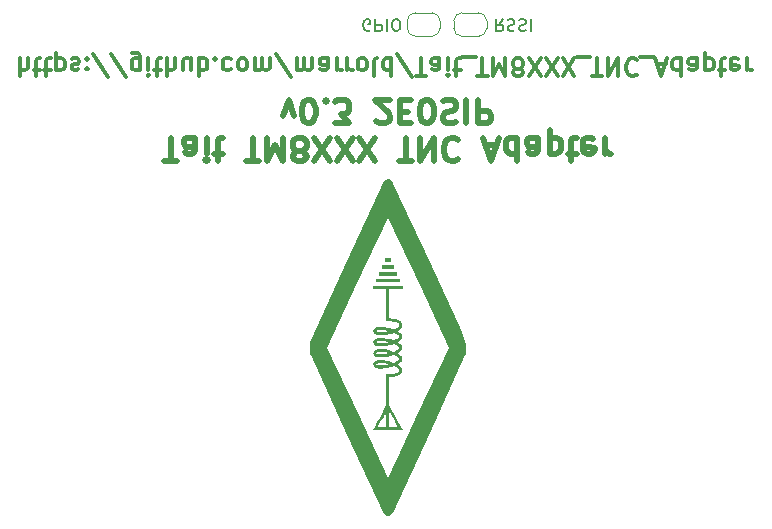
<source format=gbo>
G04 #@! TF.GenerationSoftware,KiCad,Pcbnew,(6.0.11)*
G04 #@! TF.CreationDate,2024-01-03T02:28:53+00:00*
G04 #@! TF.ProjectId,Tait_TM8XXX_TNC_Adapter,54616974-5f54-44d3-9858-58585f544e43,rev?*
G04 #@! TF.SameCoordinates,Original*
G04 #@! TF.FileFunction,Legend,Bot*
G04 #@! TF.FilePolarity,Positive*
%FSLAX46Y46*%
G04 Gerber Fmt 4.6, Leading zero omitted, Abs format (unit mm)*
G04 Created by KiCad (PCBNEW (6.0.11)) date 2024-01-03 02:28:53*
%MOMM*%
%LPD*%
G01*
G04 APERTURE LIST*
G04 Aperture macros list*
%AMFreePoly0*
4,1,22,0.500000,-0.750000,0.000000,-0.750000,0.000000,-0.745033,-0.079941,-0.743568,-0.215256,-0.701293,-0.333266,-0.622738,-0.424486,-0.514219,-0.481581,-0.384460,-0.499164,-0.250000,-0.500000,-0.250000,-0.500000,0.250000,-0.499164,0.250000,-0.499963,0.256109,-0.478152,0.396186,-0.417904,0.524511,-0.324060,0.630769,-0.204165,0.706417,-0.067858,0.745374,0.000000,0.744959,0.000000,0.750000,
0.500000,0.750000,0.500000,-0.750000,0.500000,-0.750000,$1*%
%AMFreePoly1*
4,1,20,0.000000,0.744959,0.073905,0.744508,0.209726,0.703889,0.328688,0.626782,0.421226,0.519385,0.479903,0.390333,0.500000,0.250000,0.500000,-0.250000,0.499851,-0.262216,0.476331,-0.402017,0.414519,-0.529596,0.319384,-0.634700,0.198574,-0.708877,0.061801,-0.746166,0.000000,-0.745033,0.000000,-0.750000,-0.500000,-0.750000,-0.500000,0.750000,0.000000,0.750000,0.000000,0.744959,
0.000000,0.744959,$1*%
G04 Aperture macros list end*
%ADD10C,0.000000*%
%ADD11C,0.500000*%
%ADD12C,0.200000*%
%ADD13C,0.300000*%
%ADD14C,0.120000*%
%ADD15C,1.400000*%
%ADD16C,5.000000*%
%ADD17C,1.100000*%
%ADD18C,6.400000*%
%ADD19C,1.300000*%
%ADD20FreePoly0,0.000000*%
%ADD21FreePoly1,0.000000*%
G04 APERTURE END LIST*
D10*
G36*
X180866267Y-78831846D02*
G01*
X179871514Y-78831846D01*
X179871514Y-78545772D01*
X180866267Y-78545772D01*
X180866267Y-78831846D01*
G37*
G36*
X181132834Y-79423496D02*
G01*
X179604946Y-79423496D01*
X179604946Y-79130920D01*
X181132834Y-79130920D01*
X181132834Y-79423496D01*
G37*
G36*
X181399402Y-80008644D02*
G01*
X179338377Y-80008644D01*
X179338377Y-79716070D01*
X181399402Y-79716070D01*
X181399402Y-80008644D01*
G37*
G36*
X186971041Y-85720691D02*
G01*
X186966132Y-85805522D01*
X186960183Y-85885335D01*
X186953289Y-85959237D01*
X186945541Y-86026335D01*
X186937032Y-86085736D01*
X186927855Y-86136547D01*
X186918102Y-86177874D01*
X183902576Y-92737826D01*
X180760369Y-99488708D01*
X180742782Y-99520492D01*
X180724256Y-99551052D01*
X180704874Y-99580309D01*
X180684717Y-99608190D01*
X180663869Y-99634619D01*
X180642411Y-99659519D01*
X180620427Y-99682816D01*
X180597999Y-99704433D01*
X180575209Y-99724296D01*
X180552139Y-99742327D01*
X180528872Y-99758453D01*
X180505491Y-99772596D01*
X180482078Y-99784682D01*
X180458716Y-99794635D01*
X180435486Y-99802379D01*
X180412472Y-99807839D01*
X180401901Y-99809479D01*
X180391085Y-99810490D01*
X180380044Y-99810881D01*
X180368796Y-99810664D01*
X180357359Y-99809848D01*
X180345752Y-99808444D01*
X180322102Y-99803914D01*
X180297994Y-99797158D01*
X180273576Y-99788261D01*
X180248997Y-99777304D01*
X180224404Y-99764374D01*
X180199946Y-99749552D01*
X180175772Y-99732924D01*
X180152028Y-99714574D01*
X180128865Y-99694584D01*
X180106429Y-99673039D01*
X180084869Y-99650023D01*
X180064334Y-99625619D01*
X180044971Y-99599912D01*
X176909788Y-92903785D01*
X173817250Y-86164871D01*
X173809169Y-86134950D01*
X173801900Y-86105900D01*
X173795401Y-86077251D01*
X173789635Y-86048532D01*
X173784559Y-86019276D01*
X173780135Y-85989012D01*
X173776322Y-85957272D01*
X173773081Y-85923585D01*
X173770371Y-85887483D01*
X173768152Y-85848496D01*
X173766384Y-85806155D01*
X173765027Y-85759990D01*
X173763387Y-85654312D01*
X173762912Y-85527711D01*
X175246027Y-85527711D01*
X177806087Y-91066405D01*
X180379192Y-96548710D01*
X181142104Y-94918852D01*
X182950288Y-91028630D01*
X185502832Y-85528754D01*
X183045497Y-80235885D01*
X180480311Y-74709384D01*
X180445530Y-74634475D01*
X180418653Y-74578538D01*
X180407706Y-74557121D01*
X180398169Y-74539770D01*
X180389853Y-74526260D01*
X180382570Y-74516367D01*
X180376131Y-74509864D01*
X180373168Y-74507813D01*
X180370346Y-74506526D01*
X180367641Y-74505973D01*
X180365029Y-74506127D01*
X180362486Y-74506960D01*
X180359989Y-74508443D01*
X180355038Y-74513247D01*
X180349988Y-74520315D01*
X180344650Y-74529420D01*
X180338835Y-74540338D01*
X177775621Y-80053318D01*
X175246027Y-85527711D01*
X173762912Y-85527711D01*
X173762912Y-85527708D01*
X173763387Y-85401103D01*
X173765027Y-85295425D01*
X173768152Y-85206919D01*
X173773081Y-85131830D01*
X173780135Y-85066403D01*
X173789635Y-85006884D01*
X173801900Y-84949516D01*
X173817250Y-84890546D01*
X176910777Y-78149519D01*
X180047550Y-71451913D01*
X180062445Y-71432477D01*
X180079389Y-71413024D01*
X180098109Y-71393728D01*
X180118336Y-71374765D01*
X180139797Y-71356311D01*
X180162221Y-71338541D01*
X180185338Y-71321631D01*
X180208875Y-71305756D01*
X180232561Y-71291091D01*
X180256126Y-71277813D01*
X180279297Y-71266096D01*
X180301803Y-71256116D01*
X180323374Y-71248048D01*
X180343738Y-71242068D01*
X180353382Y-71239916D01*
X180362623Y-71238351D01*
X180371426Y-71237397D01*
X180379758Y-71237073D01*
X180384069Y-71237323D01*
X180389182Y-71238056D01*
X180395030Y-71239248D01*
X180401549Y-71240874D01*
X180408671Y-71242909D01*
X180416332Y-71245328D01*
X180424466Y-71248107D01*
X180433007Y-71251221D01*
X180441888Y-71254646D01*
X180451045Y-71258357D01*
X180460411Y-71262328D01*
X180469921Y-71266536D01*
X180479509Y-71270956D01*
X180489109Y-71275562D01*
X180498655Y-71280331D01*
X180508081Y-71285238D01*
X180508081Y-71285242D01*
X180517716Y-71290674D01*
X180527876Y-71296989D01*
X180538473Y-71304107D01*
X180549422Y-71311953D01*
X180560635Y-71320450D01*
X180572026Y-71329521D01*
X180583509Y-71339090D01*
X180594997Y-71349080D01*
X180606404Y-71359413D01*
X180617643Y-71370013D01*
X180628629Y-71380804D01*
X180639273Y-71391709D01*
X180649491Y-71402651D01*
X180659195Y-71413553D01*
X180668299Y-71424338D01*
X180676717Y-71434930D01*
X180948851Y-71995270D01*
X181632136Y-73445896D01*
X183819646Y-78138202D01*
X185787773Y-82378821D01*
X186357482Y-83623457D01*
X186714698Y-84435706D01*
X186907231Y-84929113D01*
X186982890Y-85217223D01*
X186989483Y-85413582D01*
X186981741Y-85528754D01*
X186974818Y-85631736D01*
X186971041Y-85720691D01*
G37*
G36*
X180632207Y-78246696D02*
G01*
X180105574Y-78246696D01*
X180105574Y-77954120D01*
X180632207Y-77954120D01*
X180632207Y-78246696D01*
G37*
G36*
X181360794Y-85178707D02*
G01*
X181389215Y-85199999D01*
X181416041Y-85222112D01*
X181441218Y-85244965D01*
X181464692Y-85268479D01*
X181486409Y-85292573D01*
X181506314Y-85317169D01*
X181524353Y-85342186D01*
X181540473Y-85367544D01*
X181554619Y-85393164D01*
X181566737Y-85418966D01*
X181576773Y-85444870D01*
X181584673Y-85470797D01*
X181587805Y-85483744D01*
X181590383Y-85496666D01*
X181592400Y-85509554D01*
X181593849Y-85522398D01*
X181594723Y-85535188D01*
X181595016Y-85547913D01*
X181594577Y-85558676D01*
X181593278Y-85569847D01*
X181591146Y-85581392D01*
X181588208Y-85593277D01*
X181584491Y-85605469D01*
X181580021Y-85617935D01*
X181568933Y-85643554D01*
X181555160Y-85669866D01*
X181538916Y-85696605D01*
X181520418Y-85723503D01*
X181499881Y-85750293D01*
X181477521Y-85776707D01*
X181453553Y-85802478D01*
X181428192Y-85827338D01*
X181401655Y-85851021D01*
X181374156Y-85873260D01*
X181345911Y-85893786D01*
X181317137Y-85912332D01*
X181288047Y-85928631D01*
X181186432Y-85981180D01*
X181173735Y-85987746D01*
X181264844Y-86046113D01*
X181302507Y-86071026D01*
X181337886Y-86096038D01*
X181370982Y-86121139D01*
X181401794Y-86146317D01*
X181430320Y-86171563D01*
X181456559Y-86196866D01*
X181480511Y-86222215D01*
X181502175Y-86247600D01*
X181521549Y-86273009D01*
X181538633Y-86298433D01*
X181553427Y-86323861D01*
X181565928Y-86349283D01*
X181576137Y-86374687D01*
X181584051Y-86400063D01*
X181589671Y-86425401D01*
X181592996Y-86450690D01*
X181594024Y-86475919D01*
X181592754Y-86501078D01*
X181589186Y-86526157D01*
X181583319Y-86551144D01*
X181575152Y-86576029D01*
X181564684Y-86600801D01*
X181551913Y-86625451D01*
X181536840Y-86649967D01*
X181519463Y-86674338D01*
X181499782Y-86698555D01*
X181477794Y-86722606D01*
X181453500Y-86746482D01*
X181426899Y-86770171D01*
X181397990Y-86793662D01*
X181366771Y-86816946D01*
X181333242Y-86840012D01*
X181189127Y-86935383D01*
X181185433Y-86937828D01*
X181331151Y-87043386D01*
X181380771Y-87081164D01*
X181403639Y-87100030D01*
X181425215Y-87118889D01*
X181445502Y-87137747D01*
X181464500Y-87156610D01*
X181482212Y-87175486D01*
X181498640Y-87194379D01*
X181513784Y-87213297D01*
X181527648Y-87232245D01*
X181540233Y-87251231D01*
X181551540Y-87270259D01*
X181561572Y-87289338D01*
X181570330Y-87308472D01*
X181577817Y-87327668D01*
X181584033Y-87346932D01*
X181588982Y-87366271D01*
X181592664Y-87385692D01*
X181595081Y-87405199D01*
X181596236Y-87424800D01*
X181596130Y-87444501D01*
X181594764Y-87464308D01*
X181592142Y-87484227D01*
X181588264Y-87504266D01*
X181583133Y-87524429D01*
X181576749Y-87544723D01*
X181569116Y-87565155D01*
X181560235Y-87585731D01*
X181550107Y-87606458D01*
X181538735Y-87627340D01*
X181526120Y-87648386D01*
X181512264Y-87669600D01*
X181499735Y-87687439D01*
X181486830Y-87704598D01*
X181473488Y-87721100D01*
X181459649Y-87736969D01*
X181445256Y-87752228D01*
X181430247Y-87766902D01*
X181414564Y-87781013D01*
X181398147Y-87794586D01*
X181380938Y-87807643D01*
X181362875Y-87820208D01*
X181343901Y-87832306D01*
X181323956Y-87843959D01*
X181302979Y-87855191D01*
X181280913Y-87866026D01*
X181257697Y-87876488D01*
X181233272Y-87886599D01*
X181207578Y-87896383D01*
X181180557Y-87905865D01*
X181152149Y-87915068D01*
X181122294Y-87924014D01*
X181058006Y-87941235D01*
X180987219Y-87957715D01*
X180909457Y-87973644D01*
X180824245Y-87989210D01*
X180731108Y-88004602D01*
X180629571Y-88020009D01*
X180491649Y-88040166D01*
X180492726Y-89224620D01*
X180493803Y-90409073D01*
X181075506Y-91457271D01*
X181491476Y-92206829D01*
X181657209Y-92505470D01*
X180388373Y-92515148D01*
X179894404Y-92517602D01*
X179487404Y-92517129D01*
X179209549Y-92513954D01*
X179132231Y-92511424D01*
X179103014Y-92508303D01*
X179102918Y-92506098D01*
X179104308Y-92501233D01*
X179111407Y-92483793D01*
X179141879Y-92419964D01*
X179192143Y-92321141D01*
X179246488Y-92217304D01*
X179535398Y-92217304D01*
X179535854Y-92217935D01*
X179537210Y-92218559D01*
X179542529Y-92219779D01*
X179551174Y-92220957D01*
X179562967Y-92222088D01*
X179595280Y-92224180D01*
X179638034Y-92226006D01*
X179689795Y-92227513D01*
X179749132Y-92228653D01*
X179814610Y-92229374D01*
X179884797Y-92229625D01*
X180234197Y-92229625D01*
X180491649Y-92229625D01*
X180841049Y-92229625D01*
X180911236Y-92229160D01*
X180976714Y-92227826D01*
X181036050Y-92225718D01*
X181087812Y-92222929D01*
X181130566Y-92219551D01*
X181162878Y-92215680D01*
X181174671Y-92213588D01*
X181183317Y-92211408D01*
X181188635Y-92209151D01*
X181189991Y-92207997D01*
X181190448Y-92206829D01*
X181161418Y-92145355D01*
X181084759Y-91998986D01*
X180851143Y-91566233D01*
X180614779Y-91137913D01*
X180534684Y-90997086D01*
X180500844Y-90943371D01*
X180499907Y-90946608D01*
X180498997Y-90956305D01*
X180497274Y-90993766D01*
X180495712Y-91053119D01*
X180494350Y-91131726D01*
X180492374Y-91336164D01*
X180491649Y-91585994D01*
X180491649Y-92229625D01*
X180234197Y-92229625D01*
X180234197Y-91598254D01*
X180232949Y-91354351D01*
X180229553Y-91156991D01*
X180224526Y-91026371D01*
X180221563Y-90992400D01*
X180219998Y-90984355D01*
X180218388Y-90982689D01*
X180208404Y-90998177D01*
X180185928Y-91036427D01*
X180109232Y-91171057D01*
X179999764Y-91366265D01*
X179868989Y-91601740D01*
X179633390Y-92031399D01*
X179561720Y-92164919D01*
X179535398Y-92217304D01*
X179246488Y-92217304D01*
X179259914Y-92191652D01*
X179342906Y-92035821D01*
X179438832Y-91857976D01*
X179660345Y-91453545D01*
X180234198Y-90415310D01*
X180234198Y-87788577D01*
X180349132Y-87765590D01*
X180376119Y-87760973D01*
X180408831Y-87756665D01*
X180446014Y-87752761D01*
X180486414Y-87749356D01*
X180528775Y-87746543D01*
X180571842Y-87744417D01*
X180614362Y-87743073D01*
X180655077Y-87742604D01*
X180700468Y-87741603D01*
X180746917Y-87738679D01*
X180794016Y-87733951D01*
X180841357Y-87727537D01*
X180888529Y-87719555D01*
X180935124Y-87710124D01*
X180980733Y-87699361D01*
X181024946Y-87687385D01*
X181067354Y-87674315D01*
X181107549Y-87660268D01*
X181145122Y-87645363D01*
X181179662Y-87629718D01*
X181210761Y-87613452D01*
X181238010Y-87596683D01*
X181260999Y-87579528D01*
X181279321Y-87562108D01*
X181288878Y-87551095D01*
X181297524Y-87540173D01*
X181305254Y-87529330D01*
X181312064Y-87518556D01*
X181317947Y-87507841D01*
X181322899Y-87497172D01*
X181326914Y-87486539D01*
X181329988Y-87475932D01*
X181332114Y-87465340D01*
X181333289Y-87454750D01*
X181333507Y-87444154D01*
X181332762Y-87433539D01*
X181331050Y-87422896D01*
X181328365Y-87412212D01*
X181324702Y-87401478D01*
X181320056Y-87390681D01*
X181314423Y-87379813D01*
X181307796Y-87368861D01*
X181300170Y-87357814D01*
X181291541Y-87346663D01*
X181281903Y-87335395D01*
X181271251Y-87324000D01*
X181259580Y-87312468D01*
X181246885Y-87300787D01*
X181233161Y-87288946D01*
X181218402Y-87276935D01*
X181202603Y-87264743D01*
X181185759Y-87252358D01*
X181148917Y-87226969D01*
X181107832Y-87200680D01*
X180896489Y-87069786D01*
X180629707Y-87147483D01*
X180480612Y-87188508D01*
X180337759Y-87222986D01*
X180201430Y-87250941D01*
X180071908Y-87272395D01*
X179949475Y-87287370D01*
X179834413Y-87295888D01*
X179727005Y-87297972D01*
X179627533Y-87293644D01*
X179536279Y-87282925D01*
X179453525Y-87265839D01*
X179379554Y-87242408D01*
X179314648Y-87212653D01*
X179259088Y-87176598D01*
X179234902Y-87156215D01*
X179213158Y-87134264D01*
X179193893Y-87110750D01*
X179177140Y-87085674D01*
X179162936Y-87059040D01*
X179151316Y-87030850D01*
X179146434Y-87016200D01*
X179142280Y-87001703D01*
X179138851Y-86987361D01*
X179136146Y-86973177D01*
X179134165Y-86959153D01*
X179132905Y-86945290D01*
X179132450Y-86933701D01*
X179392198Y-86933701D01*
X179392336Y-86936286D01*
X179392683Y-86938879D01*
X179393239Y-86941488D01*
X179394004Y-86944117D01*
X179394979Y-86946772D01*
X179396163Y-86949460D01*
X179397557Y-86952186D01*
X179399161Y-86954957D01*
X179400974Y-86957778D01*
X179402997Y-86960655D01*
X179405230Y-86963595D01*
X179407672Y-86966603D01*
X179413188Y-86972847D01*
X179419544Y-86979435D01*
X179429529Y-86986779D01*
X179443880Y-86993419D01*
X179484450Y-87004646D01*
X179538799Y-87013228D01*
X179604469Y-87019279D01*
X179679004Y-87022911D01*
X179759946Y-87024236D01*
X179844840Y-87023367D01*
X179931227Y-87020417D01*
X180016653Y-87015497D01*
X180098659Y-87008721D01*
X180174789Y-87000202D01*
X180242586Y-86990051D01*
X180299594Y-86978381D01*
X180343356Y-86965305D01*
X180359502Y-86958274D01*
X180371415Y-86950935D01*
X180378787Y-86943300D01*
X180381313Y-86935383D01*
X180378803Y-86926816D01*
X180371473Y-86918561D01*
X180359630Y-86910630D01*
X180343575Y-86903041D01*
X180300049Y-86888942D01*
X180243326Y-86876382D01*
X180175839Y-86865479D01*
X180100019Y-86856352D01*
X180018296Y-86849117D01*
X179933103Y-86843893D01*
X179846871Y-86840797D01*
X179762031Y-86839949D01*
X179681014Y-86841466D01*
X179606252Y-86845465D01*
X179540177Y-86852066D01*
X179485219Y-86861385D01*
X179443810Y-86873541D01*
X179428946Y-86880720D01*
X179418381Y-86888652D01*
X179418380Y-86888652D01*
X179412191Y-86895080D01*
X179406833Y-86901185D01*
X179404467Y-86904131D01*
X179402309Y-86907014D01*
X179400359Y-86909841D01*
X179398618Y-86912616D01*
X179397085Y-86915346D01*
X179395761Y-86918038D01*
X179394645Y-86920696D01*
X179393738Y-86923327D01*
X179393040Y-86925938D01*
X179392550Y-86928532D01*
X179392270Y-86931118D01*
X179392198Y-86933701D01*
X179132450Y-86933701D01*
X179132367Y-86931592D01*
X179132550Y-86918059D01*
X179133451Y-86904694D01*
X179135070Y-86891499D01*
X179137406Y-86878476D01*
X179140457Y-86865627D01*
X179144224Y-86852955D01*
X179148704Y-86840461D01*
X179153896Y-86828147D01*
X179159800Y-86816016D01*
X179166415Y-86804070D01*
X179173739Y-86792310D01*
X179181771Y-86780738D01*
X179190510Y-86769358D01*
X179199955Y-86758170D01*
X179210105Y-86747178D01*
X179220959Y-86736382D01*
X179232516Y-86725785D01*
X179244774Y-86715390D01*
X179257734Y-86705198D01*
X179285750Y-86685432D01*
X179316556Y-86666503D01*
X179350143Y-86648429D01*
X179399736Y-86626055D01*
X179452837Y-86607231D01*
X179509554Y-86591964D01*
X179569997Y-86580261D01*
X179634274Y-86572127D01*
X179702495Y-86567568D01*
X179774767Y-86566590D01*
X179851200Y-86569201D01*
X179931904Y-86575404D01*
X180016986Y-86585208D01*
X180106556Y-86598618D01*
X180200722Y-86615639D01*
X180299594Y-86636279D01*
X180403281Y-86660543D01*
X180511890Y-86688437D01*
X180625533Y-86719967D01*
X180888141Y-86795342D01*
X181082281Y-86689703D01*
X181126830Y-86664928D01*
X181166630Y-86641599D01*
X181201780Y-86619562D01*
X181232379Y-86598662D01*
X181258526Y-86578742D01*
X181280322Y-86559649D01*
X181289619Y-86550363D01*
X181297866Y-86541226D01*
X181305075Y-86532217D01*
X181311258Y-86523318D01*
X181316427Y-86514509D01*
X181320596Y-86505770D01*
X181323777Y-86497082D01*
X181325981Y-86488426D01*
X181327223Y-86479783D01*
X181327513Y-86471132D01*
X181326865Y-86462454D01*
X181325290Y-86453731D01*
X181322802Y-86444942D01*
X181319413Y-86436069D01*
X181315135Y-86427091D01*
X181309981Y-86417990D01*
X181303963Y-86408745D01*
X181297094Y-86399338D01*
X181280850Y-86379960D01*
X181272622Y-86371389D01*
X181262873Y-86362171D01*
X181251727Y-86352390D01*
X181239311Y-86342133D01*
X181225750Y-86331484D01*
X181211168Y-86320530D01*
X181195691Y-86309356D01*
X181179443Y-86298047D01*
X181162551Y-86286690D01*
X181145139Y-86275369D01*
X181127332Y-86264170D01*
X181109256Y-86253180D01*
X181091035Y-86242483D01*
X181072795Y-86232165D01*
X181054661Y-86222311D01*
X181036758Y-86213008D01*
X180981477Y-86185482D01*
X180958075Y-86174512D01*
X180936934Y-86165351D01*
X180917632Y-86157960D01*
X180899746Y-86152300D01*
X180891202Y-86150107D01*
X180882854Y-86148331D01*
X180874648Y-86146969D01*
X180866531Y-86146015D01*
X180858452Y-86145464D01*
X180850357Y-86145312D01*
X180842192Y-86145552D01*
X180833907Y-86146182D01*
X180816759Y-86148586D01*
X180798489Y-86152485D01*
X180778677Y-86157840D01*
X180756897Y-86164612D01*
X180705748Y-86182247D01*
X180618287Y-86211151D01*
X180526264Y-86237494D01*
X180430737Y-86261190D01*
X180332765Y-86282155D01*
X180233408Y-86300305D01*
X180133724Y-86315556D01*
X180034772Y-86327823D01*
X179937612Y-86337022D01*
X179843303Y-86343068D01*
X179752903Y-86345878D01*
X179667472Y-86345367D01*
X179588068Y-86341450D01*
X179515751Y-86334044D01*
X179451580Y-86323064D01*
X179396613Y-86308425D01*
X179351910Y-86290044D01*
X179330945Y-86278716D01*
X179311034Y-86266968D01*
X179292180Y-86254817D01*
X179274388Y-86242277D01*
X179257661Y-86229366D01*
X179242004Y-86216098D01*
X179227422Y-86202491D01*
X179213918Y-86188560D01*
X179201496Y-86174320D01*
X179190160Y-86159789D01*
X179179916Y-86144981D01*
X179170766Y-86129913D01*
X179162715Y-86114601D01*
X179155767Y-86099060D01*
X179149927Y-86083308D01*
X179145197Y-86067358D01*
X179141584Y-86051229D01*
X179139090Y-86034935D01*
X179137720Y-86018493D01*
X179137478Y-86001918D01*
X179138033Y-85991519D01*
X179390007Y-85991519D01*
X179390092Y-85996642D01*
X179390587Y-86001770D01*
X179391492Y-86006880D01*
X179392804Y-86011953D01*
X179394523Y-86016968D01*
X179396647Y-86021905D01*
X179399176Y-86026744D01*
X179402108Y-86031464D01*
X179405443Y-86036044D01*
X179409178Y-86040464D01*
X179413314Y-86044705D01*
X179417848Y-86048745D01*
X179422780Y-86052564D01*
X179428108Y-86056142D01*
X179433831Y-86059458D01*
X179439948Y-86062492D01*
X179446459Y-86065223D01*
X179485649Y-86075827D01*
X179537669Y-86083209D01*
X179600275Y-86087594D01*
X179671223Y-86089206D01*
X179748267Y-86088270D01*
X179829163Y-86085012D01*
X179993533Y-86072425D01*
X180072517Y-86063547D01*
X180146374Y-86053245D01*
X180212860Y-86041744D01*
X180269731Y-86029268D01*
X180314740Y-86016044D01*
X180345644Y-86002295D01*
X180355105Y-85995294D01*
X180360198Y-85988246D01*
X180360642Y-85981180D01*
X180356157Y-85974123D01*
X180346973Y-85966749D01*
X180334580Y-85959665D01*
X180300944Y-85946399D01*
X180256813Y-85934403D01*
X180203748Y-85923752D01*
X180143311Y-85914524D01*
X180077065Y-85906797D01*
X180006572Y-85900646D01*
X179933393Y-85896148D01*
X179859091Y-85893382D01*
X179785228Y-85892423D01*
X179713367Y-85893348D01*
X179645068Y-85896235D01*
X179581895Y-85901160D01*
X179525409Y-85908201D01*
X179477173Y-85917434D01*
X179438748Y-85928936D01*
X179438747Y-85928936D01*
X179432540Y-85931562D01*
X179426761Y-85934497D01*
X179421408Y-85937721D01*
X179416480Y-85941213D01*
X179411976Y-85944954D01*
X179407895Y-85948922D01*
X179404236Y-85953097D01*
X179400997Y-85957460D01*
X179398178Y-85961989D01*
X179395777Y-85966664D01*
X179393794Y-85971465D01*
X179392226Y-85976371D01*
X179391073Y-85981362D01*
X179390334Y-85986418D01*
X179390007Y-85991519D01*
X179138033Y-85991519D01*
X179138369Y-85985226D01*
X179140395Y-85968434D01*
X179143562Y-85951557D01*
X179147874Y-85934612D01*
X179153335Y-85917613D01*
X179159948Y-85900578D01*
X179167718Y-85883523D01*
X179176650Y-85866462D01*
X179186747Y-85849412D01*
X179198014Y-85832390D01*
X179210454Y-85815410D01*
X179224073Y-85798490D01*
X179242534Y-85778187D01*
X179262695Y-85759126D01*
X179284542Y-85741308D01*
X179308062Y-85724732D01*
X179333240Y-85709400D01*
X179360063Y-85695312D01*
X179388516Y-85682467D01*
X179418586Y-85670866D01*
X179450258Y-85660510D01*
X179483519Y-85651399D01*
X179518355Y-85643534D01*
X179554751Y-85636913D01*
X179592695Y-85631539D01*
X179632171Y-85627410D01*
X179715668Y-85622893D01*
X179805129Y-85623365D01*
X179900443Y-85628828D01*
X180001499Y-85639284D01*
X180108185Y-85654737D01*
X180220391Y-85675189D01*
X180338003Y-85700643D01*
X180460912Y-85731100D01*
X180589006Y-85766565D01*
X180888644Y-85853646D01*
X181048741Y-85772245D01*
X181082371Y-85754267D01*
X181116586Y-85734353D01*
X181150434Y-85713164D01*
X181182963Y-85691360D01*
X181213221Y-85669601D01*
X181240256Y-85648548D01*
X181252268Y-85638493D01*
X181263117Y-85628862D01*
X181272683Y-85619737D01*
X181280849Y-85611202D01*
X181289241Y-85601610D01*
X181296843Y-85592244D01*
X181303642Y-85583080D01*
X181309625Y-85574098D01*
X181314778Y-85565274D01*
X181319086Y-85556588D01*
X181322537Y-85548017D01*
X181325116Y-85539539D01*
X181326809Y-85531133D01*
X181327604Y-85522776D01*
X181327485Y-85514447D01*
X181326440Y-85506123D01*
X181324454Y-85497783D01*
X181321514Y-85489405D01*
X181317606Y-85480967D01*
X181312716Y-85472446D01*
X181306831Y-85463822D01*
X181299935Y-85455072D01*
X181292017Y-85446173D01*
X181283062Y-85437105D01*
X181273056Y-85427846D01*
X181261985Y-85418372D01*
X181249836Y-85408664D01*
X181236595Y-85398697D01*
X181222248Y-85388451D01*
X181206782Y-85377904D01*
X181190181Y-85367034D01*
X181172434Y-85355818D01*
X181133443Y-85332264D01*
X181089697Y-85307065D01*
X180900837Y-85200367D01*
X180650269Y-85273720D01*
X180535597Y-85305691D01*
X180422954Y-85333940D01*
X180312750Y-85358450D01*
X180205395Y-85379204D01*
X180101302Y-85396186D01*
X180000880Y-85409378D01*
X179904541Y-85418765D01*
X179812695Y-85424328D01*
X179725754Y-85426052D01*
X179644128Y-85423920D01*
X179568228Y-85417915D01*
X179498466Y-85408020D01*
X179435251Y-85394218D01*
X179378996Y-85376493D01*
X179330110Y-85354828D01*
X179289005Y-85329206D01*
X179269517Y-85313942D01*
X179251356Y-85298184D01*
X179234521Y-85281970D01*
X179219011Y-85265337D01*
X179204822Y-85248325D01*
X179191953Y-85230971D01*
X179180404Y-85213312D01*
X179170171Y-85195387D01*
X179161253Y-85177233D01*
X179153648Y-85158889D01*
X179147354Y-85140392D01*
X179142371Y-85121780D01*
X179138694Y-85103092D01*
X179136324Y-85084365D01*
X179135258Y-85065636D01*
X179135401Y-85054361D01*
X179393473Y-85054361D01*
X179393532Y-85057176D01*
X179393839Y-85060008D01*
X179394397Y-85062861D01*
X179395205Y-85065740D01*
X179396266Y-85068650D01*
X179397581Y-85071595D01*
X179399151Y-85074578D01*
X179400978Y-85077606D01*
X179403063Y-85080681D01*
X179405408Y-85083809D01*
X179408014Y-85086994D01*
X179410883Y-85090239D01*
X179414015Y-85093551D01*
X179417413Y-85096932D01*
X179421078Y-85100388D01*
X179425010Y-85103922D01*
X179433686Y-85111245D01*
X179443451Y-85118936D01*
X179454800Y-85126905D01*
X179460791Y-85130570D01*
X179467033Y-85134024D01*
X179473556Y-85137272D01*
X179480391Y-85140315D01*
X179487568Y-85143155D01*
X179495117Y-85145797D01*
X179503068Y-85148242D01*
X179511452Y-85150494D01*
X179529636Y-85154426D01*
X179549913Y-85157614D01*
X179572524Y-85160081D01*
X179597710Y-85161847D01*
X179625712Y-85162934D01*
X179656773Y-85163363D01*
X179691133Y-85163156D01*
X179729036Y-85162334D01*
X179770721Y-85160918D01*
X179816431Y-85158930D01*
X179866407Y-85156392D01*
X180000505Y-85147366D01*
X180116277Y-85135911D01*
X180166783Y-85129399D01*
X180212097Y-85122434D01*
X180252018Y-85115064D01*
X180286340Y-85107342D01*
X180314862Y-85099318D01*
X180337380Y-85091043D01*
X180353691Y-85082568D01*
X180363591Y-85073945D01*
X180366074Y-85069593D01*
X180366878Y-85065223D01*
X180365978Y-85060841D01*
X180363348Y-85056453D01*
X180352797Y-85047688D01*
X180335024Y-85038977D01*
X180289226Y-85023182D01*
X180235411Y-85009207D01*
X180174956Y-84997081D01*
X180109238Y-84986832D01*
X180039636Y-84978487D01*
X179967526Y-84972074D01*
X179894287Y-84967621D01*
X179821296Y-84965156D01*
X179749931Y-84964707D01*
X179681569Y-84966301D01*
X179617588Y-84969966D01*
X179559366Y-84975730D01*
X179508279Y-84983621D01*
X179465706Y-84993666D01*
X179433024Y-85005894D01*
X179420823Y-85012836D01*
X179411612Y-85020333D01*
X179411613Y-85020333D01*
X179408803Y-85023283D01*
X179406225Y-85026198D01*
X179403879Y-85029082D01*
X179401767Y-85031939D01*
X179399891Y-85034774D01*
X179398252Y-85037591D01*
X179396851Y-85040394D01*
X179395690Y-85043188D01*
X179394771Y-85045978D01*
X179394094Y-85048767D01*
X179393660Y-85051560D01*
X179393473Y-85054361D01*
X179135401Y-85054361D01*
X179135495Y-85046945D01*
X179137032Y-85028328D01*
X179139867Y-85009824D01*
X179144000Y-84991471D01*
X179149428Y-84973307D01*
X179156149Y-84955369D01*
X179164161Y-84937695D01*
X179173464Y-84920324D01*
X179184054Y-84903293D01*
X179195931Y-84886640D01*
X179209091Y-84870403D01*
X179223535Y-84854620D01*
X179239259Y-84839329D01*
X179256262Y-84824568D01*
X179274542Y-84810375D01*
X179294097Y-84796787D01*
X179314926Y-84783843D01*
X179333714Y-84773662D01*
X179354142Y-84764212D01*
X179399736Y-84747499D01*
X179451339Y-84733692D01*
X179508584Y-84722783D01*
X179571101Y-84714761D01*
X179638522Y-84709618D01*
X179710478Y-84707344D01*
X179786600Y-84707929D01*
X179866520Y-84711364D01*
X179949870Y-84717640D01*
X180036280Y-84726746D01*
X180125382Y-84738674D01*
X180216807Y-84753414D01*
X180310187Y-84770956D01*
X180405153Y-84791291D01*
X180501336Y-84814410D01*
X180897201Y-84914767D01*
X181086811Y-84811554D01*
X181130563Y-84787196D01*
X181169657Y-84764225D01*
X181204187Y-84742490D01*
X181234247Y-84721843D01*
X181259933Y-84702133D01*
X181281339Y-84683209D01*
X181290467Y-84673995D01*
X181298560Y-84664922D01*
X181305631Y-84655970D01*
X181311691Y-84647122D01*
X181316752Y-84638357D01*
X181320825Y-84629658D01*
X181323924Y-84621006D01*
X181326059Y-84612381D01*
X181327243Y-84603766D01*
X181327487Y-84595141D01*
X181326803Y-84586487D01*
X181325204Y-84577787D01*
X181322699Y-84569020D01*
X181319303Y-84560169D01*
X181315026Y-84551215D01*
X181309881Y-84542138D01*
X181303879Y-84532921D01*
X181297031Y-84523543D01*
X181280849Y-84504235D01*
X181272636Y-84495672D01*
X181262930Y-84486477D01*
X181251856Y-84476732D01*
X181239537Y-84466524D01*
X181226097Y-84455937D01*
X181211659Y-84445056D01*
X181196348Y-84433966D01*
X181180286Y-84422751D01*
X181163598Y-84411497D01*
X181146407Y-84400289D01*
X181128837Y-84389210D01*
X181111011Y-84378347D01*
X181093054Y-84367783D01*
X181075089Y-84357605D01*
X181057239Y-84347895D01*
X181039628Y-84338741D01*
X180870419Y-84252929D01*
X180592136Y-84341302D01*
X180518644Y-84363557D01*
X180443820Y-84384130D01*
X180368105Y-84402969D01*
X180291941Y-84420023D01*
X180215768Y-84435242D01*
X180140030Y-84448575D01*
X180065168Y-84459970D01*
X179991622Y-84469376D01*
X179919836Y-84476743D01*
X179850250Y-84482020D01*
X179783307Y-84485156D01*
X179719447Y-84486099D01*
X179659112Y-84484798D01*
X179602745Y-84481204D01*
X179550787Y-84475264D01*
X179503678Y-84466928D01*
X179466302Y-84457883D01*
X179430821Y-84447242D01*
X179397257Y-84435095D01*
X179365630Y-84421529D01*
X179335963Y-84406634D01*
X179308275Y-84390497D01*
X179282588Y-84373207D01*
X179258922Y-84354854D01*
X179237299Y-84335525D01*
X179217740Y-84315309D01*
X179200265Y-84294295D01*
X179184895Y-84272571D01*
X179171652Y-84250225D01*
X179160556Y-84227348D01*
X179151628Y-84204026D01*
X179144890Y-84180348D01*
X179140361Y-84156404D01*
X179138064Y-84132281D01*
X179138037Y-84117983D01*
X179390300Y-84117983D01*
X179390684Y-84123318D01*
X179391571Y-84128643D01*
X179392958Y-84133940D01*
X179394843Y-84139187D01*
X179397224Y-84144367D01*
X179400098Y-84149457D01*
X179403463Y-84154440D01*
X179407317Y-84159296D01*
X179411656Y-84164004D01*
X179416480Y-84168544D01*
X179421785Y-84172898D01*
X179427570Y-84177045D01*
X179433831Y-84180966D01*
X179440566Y-84184641D01*
X179447774Y-84188050D01*
X179455452Y-84191174D01*
X179463596Y-84193992D01*
X179499594Y-84202823D01*
X179544434Y-84209615D01*
X179596767Y-84214453D01*
X179655241Y-84217423D01*
X179718506Y-84218609D01*
X179785212Y-84218098D01*
X179923543Y-84212322D01*
X180059430Y-84200779D01*
X180123080Y-84193057D01*
X180182067Y-84184149D01*
X180235040Y-84174141D01*
X180280650Y-84163117D01*
X180317545Y-84151163D01*
X180344374Y-84138364D01*
X180353454Y-84132679D01*
X180357429Y-84130073D01*
X180360980Y-84127604D01*
X180364071Y-84125258D01*
X180366666Y-84123019D01*
X180368728Y-84120872D01*
X180369549Y-84119827D01*
X180370223Y-84118800D01*
X180370746Y-84117788D01*
X180371113Y-84116789D01*
X180371321Y-84115802D01*
X180371364Y-84114824D01*
X180371238Y-84113854D01*
X180370938Y-84112889D01*
X180370461Y-84111928D01*
X180369801Y-84110968D01*
X180368955Y-84110009D01*
X180367917Y-84109047D01*
X180366683Y-84108082D01*
X180365248Y-84107110D01*
X180361760Y-84105142D01*
X180357417Y-84103127D01*
X180352182Y-84101050D01*
X180346020Y-84098896D01*
X180338894Y-84096649D01*
X180330769Y-84094294D01*
X180321609Y-84091816D01*
X180311378Y-84089199D01*
X180287558Y-84083487D01*
X180259023Y-84077035D01*
X180225485Y-84069722D01*
X180142249Y-84052019D01*
X180115724Y-84047625D01*
X180081146Y-84043788D01*
X179992798Y-84037796D01*
X179887132Y-84034067D01*
X179774075Y-84032627D01*
X179663552Y-84033500D01*
X179565491Y-84036711D01*
X179489817Y-84042287D01*
X179463478Y-84045968D01*
X179446459Y-84050250D01*
X179446459Y-84050254D01*
X179439021Y-84053362D01*
X179432120Y-84056756D01*
X179425755Y-84060417D01*
X179419924Y-84064325D01*
X179414623Y-84068461D01*
X179409851Y-84072804D01*
X179405605Y-84077335D01*
X179401883Y-84082035D01*
X179398683Y-84086882D01*
X179396002Y-84091859D01*
X179393837Y-84096945D01*
X179392187Y-84102120D01*
X179391049Y-84107364D01*
X179390421Y-84112658D01*
X179390300Y-84117983D01*
X179138037Y-84117983D01*
X179138019Y-84108069D01*
X179140247Y-84083855D01*
X179144769Y-84059729D01*
X179151606Y-84035778D01*
X179160779Y-84012092D01*
X179172309Y-83988760D01*
X179186216Y-83965868D01*
X179202523Y-83943508D01*
X179221249Y-83921765D01*
X179242416Y-83900731D01*
X179266044Y-83880492D01*
X179292155Y-83861138D01*
X179320770Y-83842757D01*
X179351909Y-83825437D01*
X179372458Y-83815890D01*
X179395371Y-83807240D01*
X179447917Y-83792605D01*
X179508798Y-83781475D01*
X179577268Y-83773793D01*
X179652579Y-83769503D01*
X179733984Y-83768546D01*
X179820734Y-83770867D01*
X179912082Y-83776407D01*
X180007281Y-83785110D01*
X180105584Y-83796919D01*
X180206242Y-83811777D01*
X180308508Y-83829626D01*
X180411634Y-83850410D01*
X180514874Y-83874071D01*
X180617479Y-83900553D01*
X180718702Y-83929798D01*
X180774493Y-83946320D01*
X180798080Y-83952574D01*
X180819417Y-83957401D01*
X180838971Y-83960734D01*
X180848225Y-83961820D01*
X180857208Y-83962507D01*
X180865979Y-83962788D01*
X180874597Y-83962655D01*
X180883118Y-83962098D01*
X180891602Y-83961109D01*
X180900108Y-83959681D01*
X180908693Y-83957805D01*
X180917415Y-83955473D01*
X180926334Y-83952675D01*
X180944994Y-83945654D01*
X180965139Y-83936674D01*
X180987236Y-83925670D01*
X181011752Y-83912574D01*
X181069909Y-83879844D01*
X181106916Y-83858084D01*
X181143345Y-83835489D01*
X181178263Y-83812717D01*
X181210735Y-83790427D01*
X181239829Y-83769279D01*
X181264611Y-83749929D01*
X181275093Y-83741135D01*
X181284147Y-83733037D01*
X181291656Y-83725719D01*
X181297504Y-83719263D01*
X181303703Y-83711189D01*
X181309208Y-83702766D01*
X181314030Y-83694023D01*
X181318177Y-83684985D01*
X181321660Y-83675682D01*
X181324486Y-83666141D01*
X181326666Y-83656390D01*
X181328209Y-83646456D01*
X181329124Y-83636367D01*
X181329421Y-83626150D01*
X181329109Y-83615834D01*
X181328197Y-83605446D01*
X181326694Y-83595013D01*
X181324610Y-83584564D01*
X181321955Y-83574125D01*
X181318737Y-83563726D01*
X181314966Y-83553392D01*
X181310651Y-83543153D01*
X181305802Y-83533036D01*
X181300427Y-83523067D01*
X181294537Y-83513276D01*
X181288140Y-83503690D01*
X181281246Y-83494336D01*
X181273864Y-83485242D01*
X181266004Y-83476436D01*
X181257675Y-83467946D01*
X181248886Y-83459798D01*
X181239646Y-83452021D01*
X181229965Y-83444643D01*
X181219852Y-83437691D01*
X181209317Y-83431193D01*
X181198368Y-83425176D01*
X181170354Y-83412067D01*
X181137731Y-83399228D01*
X181100949Y-83386740D01*
X181060455Y-83374681D01*
X181016698Y-83363131D01*
X180970125Y-83352169D01*
X180921184Y-83341875D01*
X180870324Y-83332328D01*
X180817993Y-83323606D01*
X180764638Y-83315790D01*
X180710708Y-83308959D01*
X180656652Y-83303192D01*
X180602916Y-83298569D01*
X180549949Y-83295168D01*
X180498199Y-83293069D01*
X180448114Y-83292352D01*
X180234197Y-83292352D01*
X180234197Y-80570714D01*
X179094051Y-80570714D01*
X179094051Y-80313262D01*
X181668573Y-80313262D01*
X181668574Y-80441986D01*
X181668574Y-80570713D01*
X180491649Y-80570713D01*
X180491649Y-83018600D01*
X180800118Y-83060663D01*
X180893154Y-83075274D01*
X180980810Y-83092967D01*
X181063000Y-83113681D01*
X181139639Y-83137354D01*
X181210640Y-83163925D01*
X181275918Y-83193332D01*
X181335387Y-83225514D01*
X181388960Y-83260409D01*
X181436553Y-83297956D01*
X181478079Y-83338093D01*
X181496540Y-83359113D01*
X181513452Y-83380758D01*
X181528804Y-83403020D01*
X181542586Y-83425891D01*
X181554786Y-83449363D01*
X181565395Y-83473429D01*
X181574401Y-83498081D01*
X181581794Y-83523311D01*
X181587562Y-83549112D01*
X181591696Y-83575476D01*
X181594184Y-83602395D01*
X181595016Y-83629861D01*
X181594725Y-83651336D01*
X181593806Y-83671424D01*
X181592189Y-83690281D01*
X181589801Y-83708063D01*
X181586574Y-83724926D01*
X181582437Y-83741027D01*
X181577319Y-83756521D01*
X181571149Y-83771564D01*
X181563858Y-83786313D01*
X181555374Y-83800923D01*
X181545627Y-83815551D01*
X181534547Y-83830352D01*
X181522063Y-83845483D01*
X181508105Y-83861100D01*
X181492602Y-83877358D01*
X181475484Y-83894414D01*
X181449613Y-83919024D01*
X181421883Y-83944287D01*
X181393158Y-83969483D01*
X181364302Y-83993896D01*
X181336178Y-84016809D01*
X181309652Y-84037503D01*
X181285585Y-84055261D01*
X181264844Y-84069366D01*
X181193888Y-84114824D01*
X181173735Y-84127735D01*
X181288047Y-84186847D01*
X181317137Y-84203146D01*
X181345911Y-84221692D01*
X181374156Y-84242218D01*
X181401655Y-84264456D01*
X181428192Y-84288139D01*
X181453553Y-84313000D01*
X181477521Y-84338771D01*
X181499881Y-84365185D01*
X181520418Y-84391975D01*
X181538916Y-84418873D01*
X181555160Y-84445612D01*
X181568933Y-84471924D01*
X181580021Y-84497543D01*
X181584491Y-84510009D01*
X181588208Y-84522202D01*
X181591146Y-84534087D01*
X181593278Y-84545631D01*
X181594577Y-84556802D01*
X181595016Y-84567565D01*
X181593930Y-84592423D01*
X181590689Y-84617414D01*
X181585318Y-84642502D01*
X181577842Y-84667649D01*
X181568287Y-84692816D01*
X181556677Y-84717967D01*
X181543038Y-84743063D01*
X181527395Y-84768067D01*
X181509773Y-84792941D01*
X181490198Y-84817646D01*
X181468694Y-84842146D01*
X181445287Y-84866403D01*
X181420002Y-84890378D01*
X181392865Y-84914034D01*
X181363899Y-84937333D01*
X181333131Y-84960238D01*
X181186954Y-85065022D01*
X181187263Y-85065223D01*
X181330832Y-85158314D01*
X181360794Y-85178707D01*
G37*
D11*
X161387619Y-69761238D02*
X162530476Y-69761238D01*
X161959047Y-67761238D02*
X161959047Y-69761238D01*
X164054285Y-67761238D02*
X164054285Y-68808857D01*
X163959047Y-68999333D01*
X163768571Y-69094571D01*
X163387619Y-69094571D01*
X163197142Y-68999333D01*
X164054285Y-67856476D02*
X163863809Y-67761238D01*
X163387619Y-67761238D01*
X163197142Y-67856476D01*
X163101904Y-68046952D01*
X163101904Y-68237428D01*
X163197142Y-68427904D01*
X163387619Y-68523142D01*
X163863809Y-68523142D01*
X164054285Y-68618380D01*
X165006666Y-67761238D02*
X165006666Y-69094571D01*
X165006666Y-69761238D02*
X164911428Y-69666000D01*
X165006666Y-69570761D01*
X165101904Y-69666000D01*
X165006666Y-69761238D01*
X165006666Y-69570761D01*
X165673333Y-69094571D02*
X166435238Y-69094571D01*
X165959047Y-69761238D02*
X165959047Y-68046952D01*
X166054285Y-67856476D01*
X166244761Y-67761238D01*
X166435238Y-67761238D01*
X168339999Y-69761238D02*
X169482857Y-69761238D01*
X168911428Y-67761238D02*
X168911428Y-69761238D01*
X170149523Y-67761238D02*
X170149523Y-69761238D01*
X170816190Y-68332666D01*
X171482857Y-69761238D01*
X171482857Y-67761238D01*
X172720952Y-68904095D02*
X172530476Y-68999333D01*
X172435238Y-69094571D01*
X172339999Y-69285047D01*
X172339999Y-69380285D01*
X172435238Y-69570761D01*
X172530476Y-69666000D01*
X172720952Y-69761238D01*
X173101904Y-69761238D01*
X173292380Y-69666000D01*
X173387619Y-69570761D01*
X173482857Y-69380285D01*
X173482857Y-69285047D01*
X173387619Y-69094571D01*
X173292380Y-68999333D01*
X173101904Y-68904095D01*
X172720952Y-68904095D01*
X172530476Y-68808857D01*
X172435238Y-68713619D01*
X172339999Y-68523142D01*
X172339999Y-68142190D01*
X172435238Y-67951714D01*
X172530476Y-67856476D01*
X172720952Y-67761238D01*
X173101904Y-67761238D01*
X173292380Y-67856476D01*
X173387619Y-67951714D01*
X173482857Y-68142190D01*
X173482857Y-68523142D01*
X173387619Y-68713619D01*
X173292380Y-68808857D01*
X173101904Y-68904095D01*
X174149523Y-69761238D02*
X175482857Y-67761238D01*
X175482857Y-69761238D02*
X174149523Y-67761238D01*
X176054285Y-69761238D02*
X177387619Y-67761238D01*
X177387619Y-69761238D02*
X176054285Y-67761238D01*
X177959047Y-69761238D02*
X179292380Y-67761238D01*
X179292380Y-69761238D02*
X177959047Y-67761238D01*
X181292380Y-69761238D02*
X182435238Y-69761238D01*
X181863809Y-67761238D02*
X181863809Y-69761238D01*
X183101904Y-67761238D02*
X183101904Y-69761238D01*
X184244761Y-67761238D01*
X184244761Y-69761238D01*
X186339999Y-67951714D02*
X186244761Y-67856476D01*
X185959047Y-67761238D01*
X185768571Y-67761238D01*
X185482857Y-67856476D01*
X185292380Y-68046952D01*
X185197142Y-68237428D01*
X185101904Y-68618380D01*
X185101904Y-68904095D01*
X185197142Y-69285047D01*
X185292380Y-69475523D01*
X185482857Y-69666000D01*
X185768571Y-69761238D01*
X185959047Y-69761238D01*
X186244761Y-69666000D01*
X186339999Y-69570761D01*
X188625714Y-68332666D02*
X189578095Y-68332666D01*
X188435238Y-67761238D02*
X189101904Y-69761238D01*
X189768571Y-67761238D01*
X191292380Y-67761238D02*
X191292380Y-69761238D01*
X191292380Y-67856476D02*
X191101904Y-67761238D01*
X190720952Y-67761238D01*
X190530476Y-67856476D01*
X190435238Y-67951714D01*
X190339999Y-68142190D01*
X190339999Y-68713619D01*
X190435238Y-68904095D01*
X190530476Y-68999333D01*
X190720952Y-69094571D01*
X191101904Y-69094571D01*
X191292380Y-68999333D01*
X193101904Y-67761238D02*
X193101904Y-68808857D01*
X193006666Y-68999333D01*
X192816190Y-69094571D01*
X192435238Y-69094571D01*
X192244761Y-68999333D01*
X193101904Y-67856476D02*
X192911428Y-67761238D01*
X192435238Y-67761238D01*
X192244761Y-67856476D01*
X192149523Y-68046952D01*
X192149523Y-68237428D01*
X192244761Y-68427904D01*
X192435238Y-68523142D01*
X192911428Y-68523142D01*
X193101904Y-68618380D01*
X194054285Y-69094571D02*
X194054285Y-67094571D01*
X194054285Y-68999333D02*
X194244761Y-69094571D01*
X194625714Y-69094571D01*
X194816190Y-68999333D01*
X194911428Y-68904095D01*
X195006666Y-68713619D01*
X195006666Y-68142190D01*
X194911428Y-67951714D01*
X194816190Y-67856476D01*
X194625714Y-67761238D01*
X194244761Y-67761238D01*
X194054285Y-67856476D01*
X195578095Y-69094571D02*
X196339999Y-69094571D01*
X195863809Y-69761238D02*
X195863809Y-68046952D01*
X195959047Y-67856476D01*
X196149523Y-67761238D01*
X196339999Y-67761238D01*
X197768571Y-67856476D02*
X197578095Y-67761238D01*
X197197142Y-67761238D01*
X197006666Y-67856476D01*
X196911428Y-68046952D01*
X196911428Y-68808857D01*
X197006666Y-68999333D01*
X197197142Y-69094571D01*
X197578095Y-69094571D01*
X197768571Y-68999333D01*
X197863809Y-68808857D01*
X197863809Y-68618380D01*
X196911428Y-68427904D01*
X198720952Y-67761238D02*
X198720952Y-69094571D01*
X198720952Y-68713619D02*
X198816190Y-68904095D01*
X198911428Y-68999333D01*
X199101904Y-69094571D01*
X199292380Y-69094571D01*
X171482857Y-65874571D02*
X171959047Y-64541238D01*
X172435238Y-65874571D01*
X173578095Y-66541238D02*
X173768571Y-66541238D01*
X173959047Y-66446000D01*
X174054285Y-66350761D01*
X174149523Y-66160285D01*
X174244761Y-65779333D01*
X174244761Y-65303142D01*
X174149523Y-64922190D01*
X174054285Y-64731714D01*
X173959047Y-64636476D01*
X173768571Y-64541238D01*
X173578095Y-64541238D01*
X173387619Y-64636476D01*
X173292380Y-64731714D01*
X173197142Y-64922190D01*
X173101904Y-65303142D01*
X173101904Y-65779333D01*
X173197142Y-66160285D01*
X173292380Y-66350761D01*
X173387619Y-66446000D01*
X173578095Y-66541238D01*
X175101904Y-64731714D02*
X175197142Y-64636476D01*
X175101904Y-64541238D01*
X175006666Y-64636476D01*
X175101904Y-64731714D01*
X175101904Y-64541238D01*
X175863809Y-66541238D02*
X177101904Y-66541238D01*
X176435238Y-65779333D01*
X176720952Y-65779333D01*
X176911428Y-65684095D01*
X177006666Y-65588857D01*
X177101904Y-65398380D01*
X177101904Y-64922190D01*
X177006666Y-64731714D01*
X176911428Y-64636476D01*
X176720952Y-64541238D01*
X176149523Y-64541238D01*
X175959047Y-64636476D01*
X175863809Y-64731714D01*
X179387619Y-66350761D02*
X179482857Y-66446000D01*
X179673333Y-66541238D01*
X180149523Y-66541238D01*
X180340000Y-66446000D01*
X180435238Y-66350761D01*
X180530476Y-66160285D01*
X180530476Y-65969809D01*
X180435238Y-65684095D01*
X179292380Y-64541238D01*
X180530476Y-64541238D01*
X181387619Y-65588857D02*
X182054285Y-65588857D01*
X182340000Y-64541238D02*
X181387619Y-64541238D01*
X181387619Y-66541238D01*
X182340000Y-66541238D01*
X183578095Y-66541238D02*
X183768571Y-66541238D01*
X183959047Y-66446000D01*
X184054285Y-66350761D01*
X184149523Y-66160285D01*
X184244761Y-65779333D01*
X184244761Y-65303142D01*
X184149523Y-64922190D01*
X184054285Y-64731714D01*
X183959047Y-64636476D01*
X183768571Y-64541238D01*
X183578095Y-64541238D01*
X183387619Y-64636476D01*
X183292380Y-64731714D01*
X183197142Y-64922190D01*
X183101904Y-65303142D01*
X183101904Y-65779333D01*
X183197142Y-66160285D01*
X183292380Y-66350761D01*
X183387619Y-66446000D01*
X183578095Y-66541238D01*
X185006666Y-64636476D02*
X185292380Y-64541238D01*
X185768571Y-64541238D01*
X185959047Y-64636476D01*
X186054285Y-64731714D01*
X186149523Y-64922190D01*
X186149523Y-65112666D01*
X186054285Y-65303142D01*
X185959047Y-65398380D01*
X185768571Y-65493619D01*
X185387619Y-65588857D01*
X185197142Y-65684095D01*
X185101904Y-65779333D01*
X185006666Y-65969809D01*
X185006666Y-66160285D01*
X185101904Y-66350761D01*
X185197142Y-66446000D01*
X185387619Y-66541238D01*
X185863809Y-66541238D01*
X186149523Y-66446000D01*
X187006666Y-64541238D02*
X187006666Y-66541238D01*
X187959047Y-64541238D02*
X187959047Y-66541238D01*
X188720952Y-66541238D01*
X188911428Y-66446000D01*
X189006666Y-66350761D01*
X189101904Y-66160285D01*
X189101904Y-65874571D01*
X189006666Y-65684095D01*
X188911428Y-65588857D01*
X188720952Y-65493619D01*
X187959047Y-65493619D01*
D12*
X190127047Y-57713619D02*
X189793714Y-58189809D01*
X189555619Y-57713619D02*
X189555619Y-58713619D01*
X189936571Y-58713619D01*
X190031809Y-58666000D01*
X190079428Y-58618380D01*
X190127047Y-58523142D01*
X190127047Y-58380285D01*
X190079428Y-58285047D01*
X190031809Y-58237428D01*
X189936571Y-58189809D01*
X189555619Y-58189809D01*
X190508000Y-57761238D02*
X190650857Y-57713619D01*
X190888952Y-57713619D01*
X190984190Y-57761238D01*
X191031809Y-57808857D01*
X191079428Y-57904095D01*
X191079428Y-57999333D01*
X191031809Y-58094571D01*
X190984190Y-58142190D01*
X190888952Y-58189809D01*
X190698476Y-58237428D01*
X190603238Y-58285047D01*
X190555619Y-58332666D01*
X190508000Y-58427904D01*
X190508000Y-58523142D01*
X190555619Y-58618380D01*
X190603238Y-58666000D01*
X190698476Y-58713619D01*
X190936571Y-58713619D01*
X191079428Y-58666000D01*
X191460380Y-57761238D02*
X191603238Y-57713619D01*
X191841333Y-57713619D01*
X191936571Y-57761238D01*
X191984190Y-57808857D01*
X192031809Y-57904095D01*
X192031809Y-57999333D01*
X191984190Y-58094571D01*
X191936571Y-58142190D01*
X191841333Y-58189809D01*
X191650857Y-58237428D01*
X191555619Y-58285047D01*
X191508000Y-58332666D01*
X191460380Y-58427904D01*
X191460380Y-58523142D01*
X191508000Y-58618380D01*
X191555619Y-58666000D01*
X191650857Y-58713619D01*
X191888952Y-58713619D01*
X192031809Y-58666000D01*
X192460380Y-57713619D02*
X192460380Y-58713619D01*
X178832000Y-58666000D02*
X178736761Y-58713619D01*
X178593904Y-58713619D01*
X178451047Y-58666000D01*
X178355809Y-58570761D01*
X178308190Y-58475523D01*
X178260571Y-58285047D01*
X178260571Y-58142190D01*
X178308190Y-57951714D01*
X178355809Y-57856476D01*
X178451047Y-57761238D01*
X178593904Y-57713619D01*
X178689142Y-57713619D01*
X178832000Y-57761238D01*
X178879619Y-57808857D01*
X178879619Y-58142190D01*
X178689142Y-58142190D01*
X179308190Y-57713619D02*
X179308190Y-58713619D01*
X179689142Y-58713619D01*
X179784380Y-58666000D01*
X179832000Y-58618380D01*
X179879619Y-58523142D01*
X179879619Y-58380285D01*
X179832000Y-58285047D01*
X179784380Y-58237428D01*
X179689142Y-58189809D01*
X179308190Y-58189809D01*
X180308190Y-57713619D02*
X180308190Y-58713619D01*
X180974857Y-58713619D02*
X181165333Y-58713619D01*
X181260571Y-58666000D01*
X181355809Y-58570761D01*
X181403428Y-58380285D01*
X181403428Y-58046952D01*
X181355809Y-57856476D01*
X181260571Y-57761238D01*
X181165333Y-57713619D01*
X180974857Y-57713619D01*
X180879619Y-57761238D01*
X180784380Y-57856476D01*
X180736761Y-58046952D01*
X180736761Y-58380285D01*
X180784380Y-58570761D01*
X180879619Y-58666000D01*
X180974857Y-58713619D01*
D13*
X149228857Y-61043428D02*
X149228857Y-62543428D01*
X149871714Y-61043428D02*
X149871714Y-61829142D01*
X149800285Y-61972000D01*
X149657428Y-62043428D01*
X149443142Y-62043428D01*
X149300285Y-61971999D01*
X149228857Y-61900571D01*
X150371714Y-62043428D02*
X150943142Y-62043428D01*
X150586000Y-62543428D02*
X150586000Y-61257714D01*
X150657428Y-61114857D01*
X150800285Y-61043428D01*
X150943142Y-61043428D01*
X151228857Y-62043428D02*
X151800285Y-62043428D01*
X151443142Y-62543428D02*
X151443142Y-61257714D01*
X151514571Y-61114857D01*
X151657428Y-61043428D01*
X151800285Y-61043428D01*
X152300285Y-62043428D02*
X152300285Y-60543428D01*
X152300285Y-61972000D02*
X152443142Y-62043428D01*
X152728857Y-62043428D01*
X152871714Y-61972000D01*
X152943142Y-61900571D01*
X153014571Y-61757714D01*
X153014571Y-61329142D01*
X152943142Y-61186285D01*
X152871714Y-61114857D01*
X152728857Y-61043428D01*
X152443142Y-61043428D01*
X152300285Y-61114857D01*
X153586000Y-61114857D02*
X153728857Y-61043428D01*
X154014571Y-61043428D01*
X154157428Y-61114857D01*
X154228857Y-61257714D01*
X154228857Y-61329142D01*
X154157428Y-61472000D01*
X154014571Y-61543428D01*
X153800285Y-61543428D01*
X153657428Y-61614857D01*
X153586000Y-61757714D01*
X153586000Y-61829142D01*
X153657428Y-61972000D01*
X153800285Y-62043428D01*
X154014571Y-62043428D01*
X154157428Y-61972000D01*
X154871714Y-61186285D02*
X154943142Y-61114857D01*
X154871714Y-61043428D01*
X154800285Y-61114857D01*
X154871714Y-61186285D01*
X154871714Y-61043428D01*
X154871714Y-61972000D02*
X154943142Y-61900571D01*
X154871714Y-61829142D01*
X154800285Y-61900571D01*
X154871714Y-61972000D01*
X154871714Y-61829142D01*
X156657428Y-62614857D02*
X155371714Y-60686285D01*
X158228857Y-62614857D02*
X156943142Y-60686285D01*
X159371714Y-62043428D02*
X159371714Y-60829142D01*
X159300285Y-60686285D01*
X159228857Y-60614857D01*
X159086000Y-60543428D01*
X158871714Y-60543428D01*
X158728857Y-60614857D01*
X159371714Y-61114857D02*
X159228857Y-61043428D01*
X158943142Y-61043428D01*
X158800285Y-61114857D01*
X158728857Y-61186285D01*
X158657428Y-61329142D01*
X158657428Y-61757714D01*
X158728857Y-61900571D01*
X158800285Y-61972000D01*
X158943142Y-62043428D01*
X159228857Y-62043428D01*
X159371714Y-61972000D01*
X160086000Y-61043428D02*
X160086000Y-62043428D01*
X160086000Y-62543428D02*
X160014571Y-62472000D01*
X160086000Y-62400571D01*
X160157428Y-62472000D01*
X160086000Y-62543428D01*
X160086000Y-62400571D01*
X160586000Y-62043428D02*
X161157428Y-62043428D01*
X160800285Y-62543428D02*
X160800285Y-61257714D01*
X160871714Y-61114857D01*
X161014571Y-61043428D01*
X161157428Y-61043428D01*
X161657428Y-61043428D02*
X161657428Y-62543428D01*
X162300285Y-61043428D02*
X162300285Y-61829142D01*
X162228857Y-61972000D01*
X162086000Y-62043428D01*
X161871714Y-62043428D01*
X161728857Y-61972000D01*
X161657428Y-61900571D01*
X163657428Y-62043428D02*
X163657428Y-61043428D01*
X163014571Y-62043428D02*
X163014571Y-61257714D01*
X163086000Y-61114857D01*
X163228857Y-61043428D01*
X163443142Y-61043428D01*
X163586000Y-61114857D01*
X163657428Y-61186285D01*
X164371714Y-61043428D02*
X164371714Y-62543428D01*
X164371714Y-61972000D02*
X164514571Y-62043428D01*
X164800285Y-62043428D01*
X164943142Y-61972000D01*
X165014571Y-61900571D01*
X165086000Y-61757714D01*
X165086000Y-61329142D01*
X165014571Y-61186285D01*
X164943142Y-61114857D01*
X164800285Y-61043428D01*
X164514571Y-61043428D01*
X164371714Y-61114857D01*
X165728857Y-61186285D02*
X165800285Y-61114857D01*
X165728857Y-61043428D01*
X165657428Y-61114857D01*
X165728857Y-61186285D01*
X165728857Y-61043428D01*
X167086000Y-61114857D02*
X166943142Y-61043428D01*
X166657428Y-61043428D01*
X166514571Y-61114857D01*
X166443142Y-61186285D01*
X166371714Y-61329142D01*
X166371714Y-61757714D01*
X166443142Y-61900571D01*
X166514571Y-61972000D01*
X166657428Y-62043428D01*
X166943142Y-62043428D01*
X167086000Y-61972000D01*
X167943142Y-61043428D02*
X167800285Y-61114857D01*
X167728857Y-61186285D01*
X167657428Y-61329142D01*
X167657428Y-61757714D01*
X167728857Y-61900571D01*
X167800285Y-61972000D01*
X167943142Y-62043428D01*
X168157428Y-62043428D01*
X168300285Y-61972000D01*
X168371714Y-61900571D01*
X168443142Y-61757714D01*
X168443142Y-61329142D01*
X168371714Y-61186285D01*
X168300285Y-61114857D01*
X168157428Y-61043428D01*
X167943142Y-61043428D01*
X169086000Y-61043428D02*
X169086000Y-62043428D01*
X169086000Y-61900571D02*
X169157428Y-61972000D01*
X169300285Y-62043428D01*
X169514571Y-62043428D01*
X169657428Y-61972000D01*
X169728857Y-61829142D01*
X169728857Y-61043428D01*
X169728857Y-61829142D02*
X169800285Y-61972000D01*
X169943142Y-62043428D01*
X170157428Y-62043428D01*
X170300285Y-61972000D01*
X170371714Y-61829142D01*
X170371714Y-61043428D01*
X172157428Y-62614857D02*
X170871714Y-60686285D01*
X172657428Y-61043428D02*
X172657428Y-62043428D01*
X172657428Y-61900571D02*
X172728857Y-61972000D01*
X172871714Y-62043428D01*
X173086000Y-62043428D01*
X173228857Y-61972000D01*
X173300285Y-61829142D01*
X173300285Y-61043428D01*
X173300285Y-61829142D02*
X173371714Y-61972000D01*
X173514571Y-62043428D01*
X173728857Y-62043428D01*
X173871714Y-61972000D01*
X173943142Y-61829142D01*
X173943142Y-61043428D01*
X175300285Y-61043428D02*
X175300285Y-61829142D01*
X175228857Y-61972000D01*
X175086000Y-62043428D01*
X174800285Y-62043428D01*
X174657428Y-61972000D01*
X175300285Y-61114857D02*
X175157428Y-61043428D01*
X174800285Y-61043428D01*
X174657428Y-61114857D01*
X174586000Y-61257714D01*
X174586000Y-61400571D01*
X174657428Y-61543428D01*
X174800285Y-61614857D01*
X175157428Y-61614857D01*
X175300285Y-61686285D01*
X176014571Y-61043428D02*
X176014571Y-62043428D01*
X176014571Y-61757714D02*
X176086000Y-61900571D01*
X176157428Y-61972000D01*
X176300285Y-62043428D01*
X176443142Y-62043428D01*
X176943142Y-61043428D02*
X176943142Y-62043428D01*
X176943142Y-61757714D02*
X177014571Y-61900571D01*
X177086000Y-61972000D01*
X177228857Y-62043428D01*
X177371714Y-62043428D01*
X178086000Y-61043428D02*
X177943142Y-61114857D01*
X177871714Y-61186285D01*
X177800285Y-61329142D01*
X177800285Y-61757714D01*
X177871714Y-61900571D01*
X177943142Y-61972000D01*
X178086000Y-62043428D01*
X178300285Y-62043428D01*
X178443142Y-61972000D01*
X178514571Y-61900571D01*
X178586000Y-61757714D01*
X178586000Y-61329142D01*
X178514571Y-61186285D01*
X178443142Y-61114857D01*
X178300285Y-61043428D01*
X178086000Y-61043428D01*
X179443142Y-61043428D02*
X179300285Y-61114857D01*
X179228857Y-61257714D01*
X179228857Y-62543428D01*
X180657428Y-61043428D02*
X180657428Y-62543428D01*
X180657428Y-61114857D02*
X180514571Y-61043428D01*
X180228857Y-61043428D01*
X180086000Y-61114857D01*
X180014571Y-61186285D01*
X179943142Y-61329142D01*
X179943142Y-61757714D01*
X180014571Y-61900571D01*
X180086000Y-61972000D01*
X180228857Y-62043428D01*
X180514571Y-62043428D01*
X180657428Y-61972000D01*
X182443142Y-62614857D02*
X181157428Y-60686285D01*
X182728857Y-62543428D02*
X183586000Y-62543428D01*
X183157428Y-61043428D02*
X183157428Y-62543428D01*
X184728857Y-61043428D02*
X184728857Y-61829142D01*
X184657428Y-61972000D01*
X184514571Y-62043428D01*
X184228857Y-62043428D01*
X184086000Y-61972000D01*
X184728857Y-61114857D02*
X184586000Y-61043428D01*
X184228857Y-61043428D01*
X184086000Y-61114857D01*
X184014571Y-61257714D01*
X184014571Y-61400571D01*
X184086000Y-61543428D01*
X184228857Y-61614857D01*
X184586000Y-61614857D01*
X184728857Y-61686285D01*
X185443142Y-61043428D02*
X185443142Y-62043428D01*
X185443142Y-62543428D02*
X185371714Y-62472000D01*
X185443142Y-62400571D01*
X185514571Y-62472000D01*
X185443142Y-62543428D01*
X185443142Y-62400571D01*
X185943142Y-62043428D02*
X186514571Y-62043428D01*
X186157428Y-62543428D02*
X186157428Y-61257714D01*
X186228857Y-61114857D01*
X186371714Y-61043428D01*
X186514571Y-61043428D01*
X186657428Y-60900571D02*
X187800285Y-60900571D01*
X187943142Y-62543428D02*
X188800285Y-62543428D01*
X188371714Y-61043428D02*
X188371714Y-62543428D01*
X189300285Y-61043428D02*
X189300285Y-62543428D01*
X189800285Y-61472000D01*
X190300285Y-62543428D01*
X190300285Y-61043428D01*
X191228857Y-61900571D02*
X191086000Y-61972000D01*
X191014571Y-62043428D01*
X190943142Y-62186285D01*
X190943142Y-62257714D01*
X191014571Y-62400571D01*
X191086000Y-62472000D01*
X191228857Y-62543428D01*
X191514571Y-62543428D01*
X191657428Y-62472000D01*
X191728857Y-62400571D01*
X191800285Y-62257714D01*
X191800285Y-62186285D01*
X191728857Y-62043428D01*
X191657428Y-61972000D01*
X191514571Y-61900571D01*
X191228857Y-61900571D01*
X191086000Y-61829142D01*
X191014571Y-61757714D01*
X190943142Y-61614857D01*
X190943142Y-61329142D01*
X191014571Y-61186285D01*
X191086000Y-61114857D01*
X191228857Y-61043428D01*
X191514571Y-61043428D01*
X191657428Y-61114857D01*
X191728857Y-61186285D01*
X191800285Y-61329142D01*
X191800285Y-61614857D01*
X191728857Y-61757714D01*
X191657428Y-61829142D01*
X191514571Y-61900571D01*
X192300285Y-62543428D02*
X193300285Y-61043428D01*
X193300285Y-62543428D02*
X192300285Y-61043428D01*
X193728857Y-62543428D02*
X194728857Y-61043428D01*
X194728857Y-62543428D02*
X193728857Y-61043428D01*
X195157428Y-62543428D02*
X196157428Y-61043428D01*
X196157428Y-62543428D02*
X195157428Y-61043428D01*
X196371714Y-60900571D02*
X197514571Y-60900571D01*
X197657428Y-62543428D02*
X198514571Y-62543428D01*
X198086000Y-61043428D02*
X198086000Y-62543428D01*
X199014571Y-61043428D02*
X199014571Y-62543428D01*
X199871714Y-61043428D01*
X199871714Y-62543428D01*
X201443142Y-61186285D02*
X201371714Y-61114857D01*
X201157428Y-61043428D01*
X201014571Y-61043428D01*
X200800285Y-61114857D01*
X200657428Y-61257714D01*
X200586000Y-61400571D01*
X200514571Y-61686285D01*
X200514571Y-61900571D01*
X200586000Y-62186285D01*
X200657428Y-62329142D01*
X200800285Y-62472000D01*
X201014571Y-62543428D01*
X201157428Y-62543428D01*
X201371714Y-62472000D01*
X201443142Y-62400571D01*
X201728857Y-60900571D02*
X202871714Y-60900571D01*
X203157428Y-61472000D02*
X203871714Y-61472000D01*
X203014571Y-61043428D02*
X203514571Y-62543428D01*
X204014571Y-61043428D01*
X205157428Y-61043428D02*
X205157428Y-62543428D01*
X205157428Y-61114857D02*
X205014571Y-61043428D01*
X204728857Y-61043428D01*
X204586000Y-61114857D01*
X204514571Y-61186285D01*
X204443142Y-61329142D01*
X204443142Y-61757714D01*
X204514571Y-61900571D01*
X204586000Y-61972000D01*
X204728857Y-62043428D01*
X205014571Y-62043428D01*
X205157428Y-61972000D01*
X206514571Y-61043428D02*
X206514571Y-61829142D01*
X206443142Y-61972000D01*
X206300285Y-62043428D01*
X206014571Y-62043428D01*
X205871714Y-61972000D01*
X206514571Y-61114857D02*
X206371714Y-61043428D01*
X206014571Y-61043428D01*
X205871714Y-61114857D01*
X205800285Y-61257714D01*
X205800285Y-61400571D01*
X205871714Y-61543428D01*
X206014571Y-61614857D01*
X206371714Y-61614857D01*
X206514571Y-61686285D01*
X207228857Y-62043428D02*
X207228857Y-60543428D01*
X207228857Y-61972000D02*
X207371714Y-62043428D01*
X207657428Y-62043428D01*
X207800285Y-61972000D01*
X207871714Y-61900571D01*
X207943142Y-61757714D01*
X207943142Y-61329142D01*
X207871714Y-61186285D01*
X207800285Y-61114857D01*
X207657428Y-61043428D01*
X207371714Y-61043428D01*
X207228857Y-61114857D01*
X208371714Y-62043428D02*
X208943142Y-62043428D01*
X208586000Y-62543428D02*
X208586000Y-61257714D01*
X208657428Y-61114857D01*
X208800285Y-61043428D01*
X208943142Y-61043428D01*
X210014571Y-61114857D02*
X209871714Y-61043428D01*
X209586000Y-61043428D01*
X209443142Y-61114857D01*
X209371714Y-61257714D01*
X209371714Y-61829142D01*
X209443142Y-61972000D01*
X209586000Y-62043428D01*
X209871714Y-62043428D01*
X210014571Y-61972000D01*
X210086000Y-61829142D01*
X210086000Y-61686285D01*
X209371714Y-61543428D01*
X210728857Y-61043428D02*
X210728857Y-62043428D01*
X210728857Y-61757714D02*
X210800285Y-61900571D01*
X210871714Y-61972000D01*
X211014571Y-62043428D01*
X211157428Y-62043428D01*
D14*
X181988000Y-57866000D02*
X181988000Y-58466000D01*
X182688000Y-59166000D02*
X184088000Y-59166000D01*
X184088000Y-57166000D02*
X182688000Y-57166000D01*
X184788000Y-58466000D02*
X184788000Y-57866000D01*
X184088000Y-59166000D02*
G75*
G03*
X184788000Y-58466000I0J700000D01*
G01*
X181988000Y-58466000D02*
G75*
G03*
X182688000Y-59166000I699999J-1D01*
G01*
X182688000Y-57166000D02*
G75*
G03*
X181988000Y-57866000I-1J-699999D01*
G01*
X184788000Y-57866000D02*
G75*
G03*
X184088000Y-57166000I-700000J0D01*
G01*
X185940000Y-57866000D02*
X185940000Y-58466000D01*
X186640000Y-59166000D02*
X188040000Y-59166000D01*
X188040000Y-57166000D02*
X186640000Y-57166000D01*
X188740000Y-58466000D02*
X188740000Y-57866000D01*
X186640000Y-57166000D02*
G75*
G03*
X185940000Y-57866000I-1J-699999D01*
G01*
X188740000Y-57866000D02*
G75*
G03*
X188040000Y-57166000I-700000J0D01*
G01*
X188040000Y-59166000D02*
G75*
G03*
X188740000Y-58466000I0J700000D01*
G01*
X185940000Y-58466000D02*
G75*
G03*
X186640000Y-59166000I699999J-1D01*
G01*
%LPC*%
D15*
X180231525Y-51356930D03*
D16*
X175716525Y-51356930D03*
D15*
X196191525Y-51356930D03*
D16*
X200706525Y-51356930D03*
D17*
X193751525Y-50156930D03*
X190981525Y-50156930D03*
X188211525Y-50156930D03*
X185441525Y-50156930D03*
X182671525Y-50156930D03*
X192366525Y-50156930D03*
X189596525Y-50156930D03*
X186826525Y-50156930D03*
X184056525Y-50156930D03*
D18*
X210876503Y-53647987D03*
X153876015Y-103647461D03*
X210876503Y-103647461D03*
X153876015Y-53647987D03*
D19*
X203457681Y-65364528D03*
D20*
X182738000Y-58166000D03*
D21*
X184038000Y-58166000D03*
D20*
X186690000Y-58166000D03*
D21*
X187990000Y-58166000D03*
M02*

</source>
